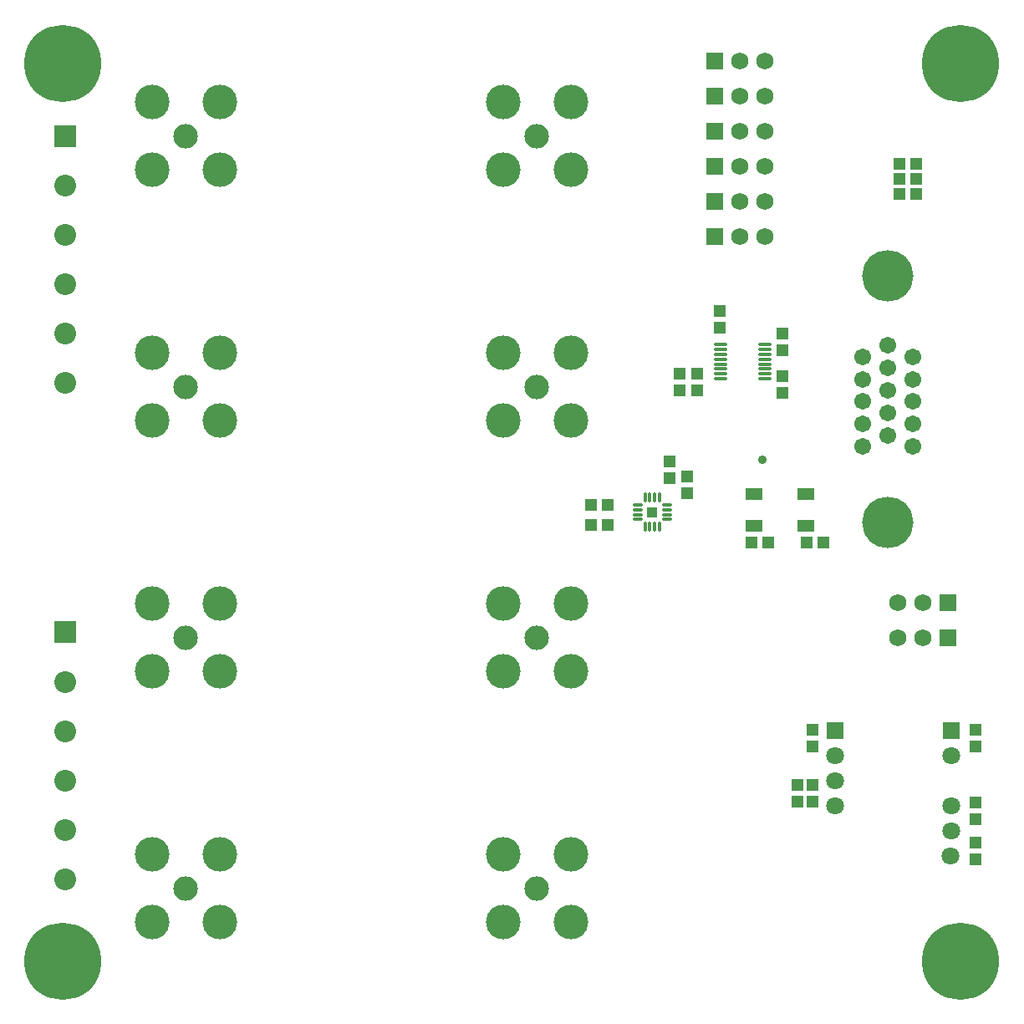
<source format=gts>
G04*
G04 #@! TF.GenerationSoftware,Altium Limited,Altium Designer,20.1.12 (249)*
G04*
G04 Layer_Color=8388736*
%FSLAX25Y25*%
%MOIN*%
G70*
G04*
G04 #@! TF.SameCoordinates,D57583E0-E3EC-44B9-AAA1-F01574734841*
G04*
G04*
G04 #@! TF.FilePolarity,Negative*
G04*
G01*
G75*
%ADD16R,0.06902X0.04737*%
%ADD17R,0.04540X0.04540*%
%ADD18O,0.03898X0.01654*%
%ADD19O,0.01654X0.03898*%
%ADD20R,0.03950X0.03950*%
%ADD21O,0.05669X0.01354*%
%ADD22R,0.04540X0.04540*%
%ADD23C,0.09800*%
%ADD24C,0.13800*%
%ADD25R,0.08674X0.08674*%
%ADD26C,0.08674*%
%ADD27R,0.07099X0.07099*%
%ADD28C,0.07099*%
%ADD29C,0.03800*%
%ADD30C,0.30800*%
%ADD31C,0.06800*%
%ADD32R,0.06800X0.06800*%
%ADD33C,0.06706*%
%ADD34C,0.20485*%
%ADD35C,0.03600*%
D16*
X616335Y293701D02*
D03*
Y306299D02*
D03*
X595665Y293701D02*
D03*
Y306299D02*
D03*
D17*
X569000Y313347D02*
D03*
Y306653D02*
D03*
X607000Y353346D02*
D03*
Y346654D02*
D03*
X582000Y379346D02*
D03*
Y372654D02*
D03*
X607000Y370346D02*
D03*
Y363653D02*
D03*
X573000Y354346D02*
D03*
Y347654D02*
D03*
X566000D02*
D03*
Y354346D02*
D03*
X562000Y319346D02*
D03*
Y312653D02*
D03*
X619000Y190347D02*
D03*
Y183653D02*
D03*
X613000Y190347D02*
D03*
Y183653D02*
D03*
X619000Y212347D02*
D03*
Y205654D02*
D03*
X684000Y183346D02*
D03*
Y176654D02*
D03*
Y205654D02*
D03*
Y212347D02*
D03*
Y167347D02*
D03*
Y160653D02*
D03*
D18*
X560807Y301953D02*
D03*
Y299984D02*
D03*
Y298016D02*
D03*
Y296047D02*
D03*
X549193D02*
D03*
Y298016D02*
D03*
Y299984D02*
D03*
Y301953D02*
D03*
D19*
X557953Y304807D02*
D03*
X555984D02*
D03*
X554016D02*
D03*
X552047D02*
D03*
Y293193D02*
D03*
X554016D02*
D03*
X555984D02*
D03*
X557953D02*
D03*
D20*
X555000Y299000D02*
D03*
D03*
D21*
X582240Y365890D02*
D03*
Y363921D02*
D03*
Y361953D02*
D03*
Y359984D02*
D03*
Y358016D02*
D03*
Y356047D02*
D03*
Y354079D02*
D03*
Y352110D02*
D03*
X599760Y365890D02*
D03*
Y363921D02*
D03*
Y361953D02*
D03*
Y359984D02*
D03*
Y358016D02*
D03*
Y356047D02*
D03*
Y354079D02*
D03*
Y352110D02*
D03*
D22*
X530653Y302000D02*
D03*
X537347D02*
D03*
X530653Y294000D02*
D03*
X537347D02*
D03*
X616653Y287000D02*
D03*
X623347D02*
D03*
X601346D02*
D03*
X594654D02*
D03*
X660347Y426000D02*
D03*
X653653D02*
D03*
X660347Y432000D02*
D03*
X653653D02*
D03*
X660347Y438000D02*
D03*
X653653D02*
D03*
D23*
X369000Y449000D02*
D03*
X509000D02*
D03*
X369000Y349000D02*
D03*
X509000D02*
D03*
X369000Y249000D02*
D03*
X509000D02*
D03*
X369000Y149000D02*
D03*
X509000D02*
D03*
D24*
X382500Y435500D02*
D03*
Y462500D02*
D03*
X355500D02*
D03*
Y435500D02*
D03*
X522500Y462500D02*
D03*
Y435500D02*
D03*
X495500D02*
D03*
Y462500D02*
D03*
X382500Y335500D02*
D03*
Y362500D02*
D03*
X355500D02*
D03*
Y335500D02*
D03*
X522500Y362500D02*
D03*
Y335500D02*
D03*
X495500D02*
D03*
Y362500D02*
D03*
X382500Y235500D02*
D03*
Y262500D02*
D03*
X355500D02*
D03*
Y235500D02*
D03*
X522500Y262500D02*
D03*
Y235500D02*
D03*
X495500D02*
D03*
Y262500D02*
D03*
X382500Y135500D02*
D03*
Y162500D02*
D03*
X355500D02*
D03*
Y135500D02*
D03*
X522500Y162500D02*
D03*
Y135500D02*
D03*
X495500D02*
D03*
Y162500D02*
D03*
D25*
X321000Y251055D02*
D03*
Y449000D02*
D03*
D26*
Y231370D02*
D03*
Y211685D02*
D03*
Y192000D02*
D03*
Y172315D02*
D03*
Y152630D02*
D03*
Y429315D02*
D03*
Y409630D02*
D03*
Y389945D02*
D03*
Y370260D02*
D03*
Y350575D02*
D03*
D27*
X628000Y212000D02*
D03*
X674257Y212018D02*
D03*
D28*
X628000Y182000D02*
D03*
Y192000D02*
D03*
Y202000D02*
D03*
X674000Y162000D02*
D03*
X674257Y202018D02*
D03*
Y172018D02*
D03*
Y182018D02*
D03*
D29*
X331250Y478000D02*
D03*
X325905Y487843D02*
D03*
Y468157D02*
D03*
X314094Y487843D02*
D03*
Y468157D02*
D03*
X308750Y478000D02*
D03*
X329842Y483906D02*
D03*
Y472094D02*
D03*
X320000Y489250D02*
D03*
X310157Y483906D02*
D03*
Y472094D02*
D03*
X320000Y466750D02*
D03*
X689250Y478000D02*
D03*
X683906Y487843D02*
D03*
Y468157D02*
D03*
X672094Y487843D02*
D03*
Y468157D02*
D03*
X666750Y478000D02*
D03*
X687843Y483906D02*
D03*
Y472094D02*
D03*
X678000Y489250D02*
D03*
X668157Y483906D02*
D03*
Y472094D02*
D03*
X678000Y466750D02*
D03*
X331250Y120000D02*
D03*
X325905Y129842D02*
D03*
Y110158D02*
D03*
X314094Y129842D02*
D03*
Y110158D02*
D03*
X308750Y120000D02*
D03*
X329842Y125906D02*
D03*
Y114094D02*
D03*
X320000Y131250D02*
D03*
X310157Y125906D02*
D03*
Y114094D02*
D03*
X320000Y108750D02*
D03*
X689250Y120000D02*
D03*
X683906Y129842D02*
D03*
Y110158D02*
D03*
X672094Y129842D02*
D03*
Y110158D02*
D03*
X666750Y120000D02*
D03*
X687843Y125906D02*
D03*
Y114094D02*
D03*
X678000Y131250D02*
D03*
X668157Y125906D02*
D03*
Y114094D02*
D03*
X678000Y108750D02*
D03*
D30*
X320000Y478000D02*
D03*
X678000D02*
D03*
X320000Y120000D02*
D03*
X678000D02*
D03*
D31*
X600000Y437000D02*
D03*
X590000D02*
D03*
X600000Y423000D02*
D03*
X590000D02*
D03*
X600000Y409000D02*
D03*
X590000D02*
D03*
X653000Y263000D02*
D03*
X663000D02*
D03*
X653000Y249000D02*
D03*
X663000D02*
D03*
X600000Y479000D02*
D03*
X590000D02*
D03*
X600000Y465000D02*
D03*
X590000D02*
D03*
X600000Y451000D02*
D03*
X590000D02*
D03*
D32*
X580000Y437000D02*
D03*
Y423000D02*
D03*
Y409000D02*
D03*
X673000Y263000D02*
D03*
Y249000D02*
D03*
X580000Y479000D02*
D03*
Y465000D02*
D03*
Y451000D02*
D03*
D33*
X659000Y361000D02*
D03*
Y352024D02*
D03*
Y343047D02*
D03*
Y334071D02*
D03*
Y325095D02*
D03*
X639000D02*
D03*
X649000Y338559D02*
D03*
X639000Y334071D02*
D03*
X649000Y347535D02*
D03*
X639000Y343047D02*
D03*
X649000Y356512D02*
D03*
X639000Y352024D02*
D03*
X649000Y329583D02*
D03*
Y365488D02*
D03*
X639000Y361000D02*
D03*
D34*
X649000Y393244D02*
D03*
Y294858D02*
D03*
D35*
X599000Y320000D02*
D03*
M02*

</source>
